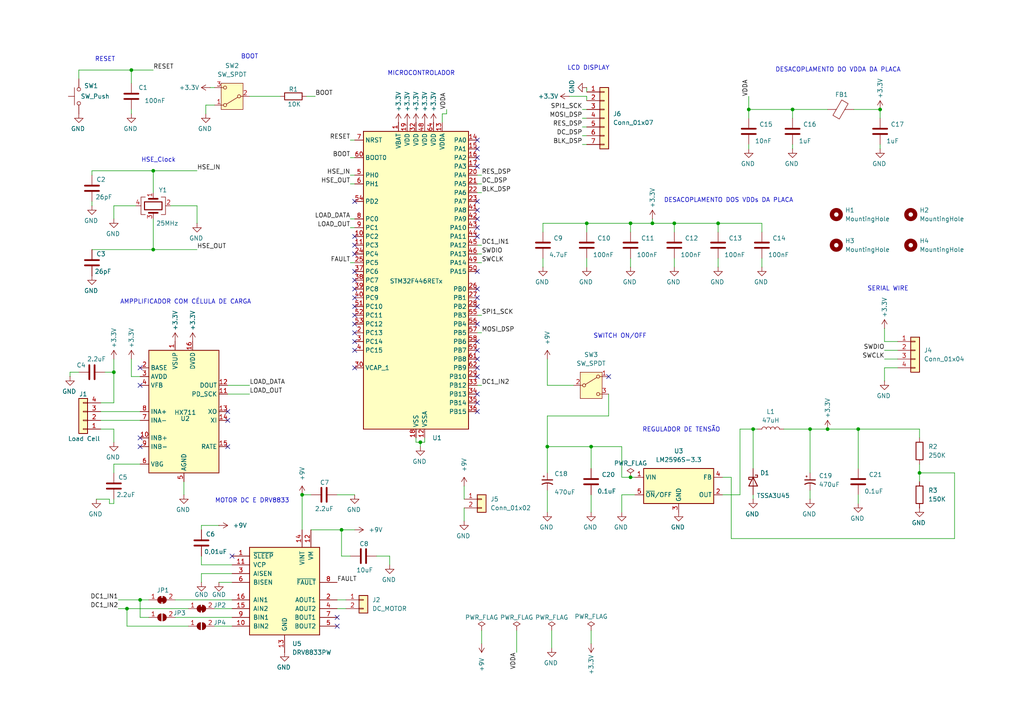
<source format=kicad_sch>
(kicad_sch (version 20231120) (generator "eeschema") (generator_version "8.0")
  (paper "A4")
  (title_block (title "Alimentador Digital Automatizado") (date "13/03/2025") (rev "V1.0") (comment 2 "Guilherme de Paula Figueiredo - 12211EAU013   ") (comment 3 "Ian Santos Rodrigues - 12211EAU018") (comment 4 "João Alexandre Albuquerque De Sá - 12411ECP020 "))
  (junction (at 195.58 64.77))
  (junction (at 99.06 153.67))
  (junction (at 170.18 64.77))
  (junction (at 87.63 143.51))
  (junction (at 182.88 138.43))
  (junction (at 208.28 64.77))
  (junction (at 40.64 173.99))
  (junction (at 36.83 176.53))
  (junction (at 158.75 129.54))
  (junction (at 218.44 124.46))
  (junction (at 234.95 124.46))
  (junction (at 44.45 72.39))
  (junction (at 240.03 124.46))
  (junction (at 189.23 64.77))
  (junction (at 44.45 49.53))
  (junction (at 266.7 137.16))
  (junction (at 182.88 64.77))
  (junction (at 38.1 20.32))
  (junction (at 255.27 31.75))
  (junction (at 121.92 128.27))
  (junction (at 171.45 129.54))
  (junction (at 229.87 31.75))
  (junction (at 217.17 31.75))
  (junction (at 33.02 107.95))
  (junction (at 248.92 124.46))
  (no_connect (at 138.43 66.04))
  (no_connect (at 138.43 45.72))
  (no_connect (at 138.43 93.98))
  (no_connect (at 138.43 101.6))
  (no_connect (at 138.43 68.58))
  (no_connect (at 138.43 78.74))
  (no_connect (at 102.87 99.06))
  (no_connect (at 102.87 96.52))
  (no_connect (at 138.43 60.96))
  (no_connect (at 66.04 119.38))
  (no_connect (at 66.04 129.54))
  (no_connect (at 138.43 104.14))
  (no_connect (at 102.87 71.12))
  (no_connect (at 66.04 121.92))
  (no_connect (at 138.43 83.82))
  (no_connect (at 40.64 111.76))
  (no_connect (at 138.43 88.9))
  (no_connect (at 138.43 109.22))
  (no_connect (at 97.79 179.07))
  (no_connect (at 97.79 181.61))
  (no_connect (at 138.43 40.64))
  (no_connect (at 102.87 78.74))
  (no_connect (at 102.87 58.42))
  (no_connect (at 40.64 129.54))
  (no_connect (at 102.87 73.66))
  (no_connect (at 138.43 99.06))
  (no_connect (at 102.87 83.82))
  (no_connect (at 138.43 86.36))
  (no_connect (at 138.43 119.38))
  (no_connect (at 40.64 106.68))
  (no_connect (at 176.53 109.22))
  (no_connect (at 138.43 116.84))
  (no_connect (at 138.43 58.42))
  (no_connect (at 67.31 161.29))
  (no_connect (at 138.43 43.18))
  (no_connect (at 102.87 68.58))
  (no_connect (at 138.43 48.26))
  (no_connect (at 138.43 106.68))
  (no_connect (at 102.87 101.6))
  (no_connect (at 102.87 93.98))
  (no_connect (at 138.43 114.3))
  (no_connect (at 40.64 127))
  (no_connect (at 102.87 86.36))
  (no_connect (at 102.87 91.44))
  (no_connect (at 102.87 81.28))
  (no_connect (at 102.87 106.68))
  (no_connect (at 138.43 63.5))
  (no_connect (at 102.87 88.9))
  (wire (pts (xy 195.58 64.77) (xy 208.28 64.77)))
  (wire (pts (xy 129.54 33.02) (xy 128.27 33.02)))
  (wire (pts (xy 33.02 134.62) (xy 40.64 134.62)))
  (wire (pts (xy 160.02 182.88) (xy 160.02 187.96)))
  (wire (pts (xy 34.29 173.99) (xy 40.64 173.99)))
  (wire (pts (xy 40.64 173.99) (xy 43.18 173.99)))
  (wire (pts (xy 218.44 124.46) (xy 219.71 124.46)))
  (wire (pts (xy 168.91 31.75) (xy 170.18 31.75)))
  (wire (pts (xy 66.04 114.3) (xy 72.39 114.3)))
  (wire (pts (xy 217.17 31.75) (xy 217.17 34.29)))
  (wire (pts (xy 171.45 143.51) (xy 171.45 148.59)))
  (wire (pts (xy 31.75 144.78) (xy 27.94 144.78)))
  (wire (pts (xy 158.75 129.54) (xy 158.75 137.16)))
  (wire (pts (xy 33.02 59.69) (xy 39.37 59.69)))
  (wire (pts (xy 149.86 182.88) (xy 149.86 189.23)))
  (wire (pts (xy 170.18 64.77) (xy 170.18 67.31)))
  (wire (pts (xy 256.54 106.68) (xy 256.54 110.49)))
  (wire (pts (xy 26.67 58.42) (xy 26.67 59.69)))
  (wire (pts (xy 26.67 72.39) (xy 44.45 72.39)))
  (wire (pts (xy 58.42 163.83) (xy 67.31 163.83)))
  (wire (pts (xy 168.91 36.83) (xy 170.18 36.83)))
  (wire (pts (xy 176.53 114.3) (xy 176.53 120.65)))
  (wire (pts (xy 214.63 143.51) (xy 214.63 124.46)))
  (wire (pts (xy 139.7 50.8) (xy 138.43 50.8)))
  (wire (pts (xy 255.27 43.18) (xy 255.27 41.91)))
  (wire (pts (xy 87.63 143.51) (xy 90.17 143.51)))
  (wire (pts (xy 62.23 176.53) (xy 67.31 176.53)))
  (wire (pts (xy 189.23 64.77) (xy 195.58 64.77)))
  (wire (pts (xy 134.62 147.32) (xy 134.62 151.13)))
  (wire (pts (xy 44.45 49.53) (xy 57.15 49.53)))
  (wire (pts (xy 29.21 121.92) (xy 40.64 121.92)))
  (wire (pts (xy 138.43 76.2) (xy 139.7 76.2)))
  (wire (pts (xy 99.06 153.67) (xy 102.87 153.67)))
  (wire (pts (xy 158.75 142.24) (xy 158.75 148.59)))
  (wire (pts (xy 99.06 161.29) (xy 101.6 161.29)))
  (wire (pts (xy 139.7 55.88) (xy 138.43 55.88)))
  (wire (pts (xy 58.42 166.37) (xy 67.31 166.37)))
  (wire (pts (xy 62.23 181.61) (xy 67.31 181.61)))
  (wire (pts (xy 227.33 124.46) (xy 234.95 124.46)))
  (wire (pts (xy 165.1 27.94) (xy 170.18 27.94)))
  (wire (pts (xy 266.7 134.62) (xy 266.7 137.16)))
  (wire (pts (xy 209.55 143.51) (xy 214.63 143.51)))
  (wire (pts (xy 123.19 128.27) (xy 121.92 128.27)))
  (wire (pts (xy 30.48 107.95) (xy 33.02 107.95)))
  (wire (pts (xy 134.62 140.97) (xy 134.62 144.78)))
  (wire (pts (xy 171.45 129.54) (xy 171.45 135.89)))
  (wire (pts (xy 101.6 45.72) (xy 102.87 45.72)))
  (wire (pts (xy 44.45 20.32) (xy 38.1 20.32)))
  (wire (pts (xy 208.28 64.77) (xy 220.98 64.77)))
  (wire (pts (xy 139.7 182.88) (xy 139.7 186.69)))
  (wire (pts (xy 138.43 73.66) (xy 139.7 73.66)))
  (wire (pts (xy 63.5 168.91) (xy 67.31 168.91)))
  (wire (pts (xy 212.09 156.21) (xy 276.86 156.21)))
  (wire (pts (xy 266.7 124.46) (xy 266.7 127)))
  (wire (pts (xy 208.28 64.77) (xy 208.28 67.31)))
  (wire (pts (xy 90.17 153.67) (xy 99.06 153.67)))
  (wire (pts (xy 260.35 106.68) (xy 256.54 106.68)))
  (wire (pts (xy 247.65 31.75) (xy 255.27 31.75)))
  (wire (pts (xy 53.34 143.51) (xy 53.34 139.7)))
  (wire (pts (xy 50.8 179.07) (xy 67.31 179.07)))
  (wire (pts (xy 101.6 40.64) (xy 102.87 40.64)))
  (wire (pts (xy 208.28 74.93) (xy 208.28 77.47)))
  (wire (pts (xy 214.63 124.46) (xy 218.44 124.46)))
  (wire (pts (xy 60.96 25.4) (xy 62.23 25.4)))
  (wire (pts (xy 220.98 64.77) (xy 220.98 67.31)))
  (wire (pts (xy 49.53 59.69) (xy 57.15 59.69)))
  (wire (pts (xy 57.15 59.69) (xy 57.15 64.77)))
  (wire (pts (xy 102.87 143.51) (xy 97.79 143.51)))
  (wire (pts (xy 54.61 181.61) (xy 36.83 181.61)))
  (wire (pts (xy 99.06 153.67) (xy 99.06 161.29)))
  (wire (pts (xy 20.32 109.22) (xy 20.32 107.95)))
  (wire (pts (xy 158.75 111.76) (xy 166.37 111.76)))
  (wire (pts (xy 97.79 176.53) (xy 100.33 176.53)))
  (wire (pts (xy 168.91 34.29) (xy 170.18 34.29)))
  (wire (pts (xy 44.45 55.88) (xy 44.45 49.53)))
  (wire (pts (xy 44.45 72.39) (xy 57.15 72.39)))
  (wire (pts (xy 36.83 176.53) (xy 36.83 181.61)))
  (wire (pts (xy 176.53 120.65) (xy 158.75 120.65)))
  (wire (pts (xy 256.54 101.6) (xy 260.35 101.6)))
  (wire (pts (xy 217.17 31.75) (xy 229.87 31.75)))
  (wire (pts (xy 58.42 152.4) (xy 63.5 152.4)))
  (wire (pts (xy 120.65 128.27) (xy 121.92 128.27)))
  (wire (pts (xy 22.86 20.32) (xy 22.86 22.86)))
  (wire (pts (xy 29.21 124.46) (xy 33.02 124.46)))
  (wire (pts (xy 101.6 50.8) (xy 102.87 50.8)))
  (wire (pts (xy 38.1 109.22) (xy 40.64 109.22)))
  (wire (pts (xy 33.02 137.16) (xy 33.02 134.62)))
  (wire (pts (xy 87.63 143.51) (xy 87.63 153.67)))
  (wire (pts (xy 212.09 138.43) (xy 212.09 156.21)))
  (wire (pts (xy 170.18 64.77) (xy 182.88 64.77)))
  (wire (pts (xy 43.18 179.07) (xy 40.64 179.07)))
  (wire (pts (xy 171.45 182.88) (xy 171.45 186.69)))
  (wire (pts (xy 38.1 31.75) (xy 38.1 33.02)))
  (wire (pts (xy 36.83 176.53) (xy 54.61 176.53)))
  (wire (pts (xy 33.02 146.05) (xy 31.75 146.05)))
  (wire (pts (xy 22.86 20.32) (xy 38.1 20.32)))
  (wire (pts (xy 33.02 107.95) (xy 33.02 116.84)))
  (wire (pts (xy 29.21 119.38) (xy 40.64 119.38)))
  (wire (pts (xy 180.34 143.51) (xy 180.34 148.59)))
  (wire (pts (xy 260.35 99.06) (xy 256.54 99.06)))
  (wire (pts (xy 248.92 143.51) (xy 248.92 146.05)))
  (wire (pts (xy 113.03 161.29) (xy 113.03 163.83)))
  (wire (pts (xy 26.67 49.53) (xy 44.45 49.53)))
  (wire (pts (xy 229.87 31.75) (xy 240.03 31.75)))
  (wire (pts (xy 240.03 124.46) (xy 248.92 124.46)))
  (wire (pts (xy 139.7 96.52) (xy 138.43 96.52)))
  (wire (pts (xy 26.67 50.8) (xy 26.67 49.53)))
  (wire (pts (xy 266.7 137.16) (xy 266.7 139.7)))
  (wire (pts (xy 234.95 124.46) (xy 240.03 124.46)))
  (wire (pts (xy 182.88 64.77) (xy 189.23 64.77)))
  (wire (pts (xy 59.69 30.48) (xy 59.69 33.02)))
  (wire (pts (xy 29.21 116.84) (xy 33.02 116.84)))
  (wire (pts (xy 101.6 66.04) (xy 102.87 66.04)))
  (wire (pts (xy 158.75 129.54) (xy 171.45 129.54)))
  (wire (pts (xy 34.29 176.53) (xy 36.83 176.53)))
  (wire (pts (xy 189.23 63.5) (xy 189.23 64.77)))
  (wire (pts (xy 184.15 143.51) (xy 180.34 143.51)))
  (wire (pts (xy 170.18 26.67) (xy 170.18 25.4)))
  (wire (pts (xy 217.17 27.94) (xy 217.17 31.75)))
  (wire (pts (xy 157.48 67.31) (xy 157.48 64.77)))
  (wire (pts (xy 195.58 74.93) (xy 195.58 77.47)))
  (wire (pts (xy 220.98 74.93) (xy 220.98 77.47)))
  (wire (pts (xy 248.92 124.46) (xy 266.7 124.46)))
  (wire (pts (xy 58.42 166.37) (xy 58.42 168.91)))
  (wire (pts (xy 234.95 142.24) (xy 234.95 144.78)))
  (wire (pts (xy 168.91 41.91) (xy 170.18 41.91)))
  (wire (pts (xy 195.58 64.77) (xy 195.58 67.31)))
  (wire (pts (xy 33.02 144.78) (xy 33.02 146.05)))
  (wire (pts (xy 209.55 138.43) (xy 212.09 138.43)))
  (wire (pts (xy 170.18 27.94) (xy 170.18 29.21)))
  (wire (pts (xy 31.75 146.05) (xy 31.75 144.78)))
  (wire (pts (xy 182.88 138.43) (xy 184.15 138.43)))
  (wire (pts (xy 109.22 161.29) (xy 113.03 161.29)))
  (wire (pts (xy 218.44 143.51) (xy 218.44 144.78)))
  (wire (pts (xy 229.87 43.18) (xy 229.87 41.91)))
  (wire (pts (xy 139.7 91.44) (xy 138.43 91.44)))
  (wire (pts (xy 171.45 129.54) (xy 180.34 129.54)))
  (wire (pts (xy 168.91 39.37) (xy 170.18 39.37)))
  (wire (pts (xy 180.34 138.43) (xy 182.88 138.43)))
  (wire (pts (xy 157.48 64.77) (xy 170.18 64.77)))
  (wire (pts (xy 38.1 20.32) (xy 38.1 24.13)))
  (wire (pts (xy 139.7 71.12) (xy 138.43 71.12)))
  (wire (pts (xy 157.48 74.93) (xy 157.48 77.47)))
  (wire (pts (xy 38.1 104.14) (xy 38.1 109.22)))
  (wire (pts (xy 123.19 127) (xy 123.19 128.27)))
  (wire (pts (xy 158.75 120.65) (xy 158.75 129.54)))
  (wire (pts (xy 256.54 95.25) (xy 256.54 99.06)))
  (wire (pts (xy 101.6 63.5) (xy 102.87 63.5)))
  (wire (pts (xy 229.87 31.75) (xy 229.87 34.29)))
  (wire (pts (xy 33.02 104.14) (xy 33.02 107.95)))
  (wire (pts (xy 101.6 76.2) (xy 102.87 76.2)))
  (wire (pts (xy 217.17 43.18) (xy 217.17 41.91)))
  (wire (pts (xy 139.7 111.76) (xy 138.43 111.76)))
  (wire (pts (xy 120.65 127) (xy 120.65 128.27)))
  (wire (pts (xy 276.86 156.21) (xy 276.86 137.16)))
  (wire (pts (xy 256.54 104.14) (xy 260.35 104.14)))
  (wire (pts (xy 180.34 129.54) (xy 180.34 138.43)))
  (wire (pts (xy 182.88 64.77) (xy 182.88 67.31)))
  (wire (pts (xy 248.92 124.46) (xy 248.92 135.89)))
  (wire (pts (xy 44.45 63.5) (xy 44.45 72.39)))
  (wire (pts (xy 72.39 27.94) (xy 81.28 27.94)))
  (wire (pts (xy 158.75 104.14) (xy 158.75 111.76)))
  (wire (pts (xy 88.9 27.94) (xy 91.44 27.94)))
  (wire (pts (xy 62.23 30.48) (xy 59.69 30.48)))
  (wire (pts (xy 40.64 179.07) (xy 40.64 173.99)))
  (wire (pts (xy 218.44 124.46) (xy 218.44 135.89)))
  (wire (pts (xy 129.54 31.75) (xy 129.54 33.02)))
  (wire (pts (xy 170.18 74.93) (xy 170.18 77.47)))
  (wire (pts (xy 58.42 153.67) (xy 58.42 152.4)))
  (wire (pts (xy 97.79 173.99) (xy 100.33 173.99)))
  (wire (pts (xy 33.02 63.5) (xy 33.02 59.69)))
  (wire (pts (xy 20.32 107.95) (xy 22.86 107.95)))
  (wire (pts (xy 101.6 53.34) (xy 102.87 53.34)))
  (wire (pts (xy 33.02 124.46) (xy 33.02 128.27)))
  (wire (pts (xy 128.27 33.02) (xy 128.27 35.56)))
  (wire (pts (xy 58.42 161.29) (xy 58.42 163.83)))
  (wire (pts (xy 255.27 31.75) (xy 255.27 34.29)))
  (wire (pts (xy 66.04 111.76) (xy 72.39 111.76)))
  (wire (pts (xy 121.92 128.27) (xy 121.92 129.54)))
  (wire (pts (xy 182.88 74.93) (xy 182.88 77.47)))
  (wire (pts (xy 234.95 124.46) (xy 234.95 137.16)))
  (wire (pts (xy 50.8 173.99) (xy 67.31 173.99)))
  (wire (pts (xy 276.86 137.16) (xy 266.7 137.16)))
  (wire (pts (xy 139.7 53.34) (xy 138.43 53.34)))
  (text "DESACOPLAMENTO DOS VDDs DA PLACA" (at 211.328 58.166 0) (effects (font (size 1.27 1.27))))
  (text "MOTOR DC E DRV8833" (at 73.152 145.288 0) (effects (font (size 1.27 1.27))))
  (text "RESET\n" (at 30.48 17.272 0) (effects (font (size 1.27 1.27))))
  (text "DESACOPLAMENTO DO VDDA DA PLACA" (at 243.078 20.32 0) (effects (font (size 1.27 1.27))))
  (text "REGULADOR DE TENSÃO" (at 197.612 124.714 0) (effects (font (size 1.27 1.27))))
  (text "BOOT\n" (at 72.39 16.51 0) (effects (font (size 1.27 1.27))))
  (text "HSE_Clock" (at 45.974 46.482 0) (effects (font (size 1.27 1.27))))
  (text "LCD DISPLAY" (at 170.688 19.812 0) (effects (font (size 1.27 1.27))))
  (text "MICROCONTROLADOR" (at 122.174 21.336 0) (effects (font (size 1.27 1.27))))
  (text "SWITCH ON/OFF" (at 179.832 97.536 0) (effects (font (size 1.27 1.27))))
  (text "SERIAL WIRE" (at 257.556 83.82 0) (effects (font (size 1.27 1.27))))
  (text "AMPPLIFICADOR COM CÉLULA DE CARGA" (at 53.848 87.63 0) (effects (font (size 1.27 1.27))))
  (label "RES_DSP" (at 139.7 50.8 0))
  (label "VDDA" (at 149.86 189.23 270))
  (label "SWDIO" (at 139.7 73.66 0))
  (label "FAULT" (at 97.79 168.91 0))
  (label "BLK_DSP" (at 168.91 41.91 180))
  (label "LOAD_DATA" (at 101.6 63.5 180))
  (label "LOAD_DATA" (at 72.39 111.76 0))
  (label "SWDIO" (at 256.54 101.6 180))
  (label "SWCLK" (at 139.7 76.2 0))
  (label "MOSI_DSP" (at 168.91 34.29 180))
  (label "LOAD_OUT" (at 101.6 66.04 180))
  (label "BOOT" (at 91.44 27.94 0))
  (label "LOAD_OUT" (at 72.39 114.3 0))
  (label "DC1_IN1" (at 139.7 71.12 0))
  (label "VDDA" (at 129.54 31.75 90))
  (label "BLK_DSP" (at 139.7 55.88 0))
  (label "RESET" (at 44.45 20.32 0))
  (label "HSE_OUT" (at 101.6 53.34 180))
  (label "FAULT" (at 101.6 76.2 180))
  (label "SPI1_SCK" (at 168.91 31.75 180))
  (label "DC1_IN2" (at 34.29 176.53 180))
  (label "DC1_IN2" (at 139.7 111.76 0))
  (label "VDDA" (at 217.17 27.94 90))
  (label "SWCLK" (at 256.54 104.14 180))
  (label "HSE_IN" (at 101.6 50.8 180))
  (label "MOSI_DSP" (at 139.7 96.52 0))
  (label "DC_DSP" (at 168.91 39.37 180))
  (label "DC1_IN1" (at 34.29 173.99 180))
  (label "RESET" (at 101.6 40.64 180))
  (label "BOOT" (at 101.6 45.72 180))
  (label "DC_DSP" (at 139.7 53.34 0))
  (label "RES_DSP" (at 168.91 36.83 180))
  (label "SPI1_SCK" (at 139.7 91.44 0))
  (label "HSE_IN" (at 57.15 49.53 0))
  (label "HSE_OUT" (at 57.15 72.39 0))
  (symbol (lib_id "power:+3.3V") (at 123.19 35.56 0) (unit 1)
    (property "Reference" "#PWR05" (effects (hide yes)))
    (property "Value" "+3.3V" (at 123.19 29.464 90))
    (property "Description" "Power symbol creates a global label with name \"+3.3V\"" (effects (hide yes)))
  )
  (symbol (lib_id "power:GND") (at 217.17 43.18 0) (unit 1)
    (property "Reference" "#PWR035" (effects (hide yes)))
    (property "Value" "GND" (at 216.916 47.498 0))
    (property "Description" "Power symbol creates a global label with name \"GND\" , ground" (effects (hide yes)))
  )
  (symbol (lib_id "power:GND") (at 20.32 109.22 0) (unit 1)
    (property "Reference" "#PWR058" (effects (hide yes)))
    (property "Value" "GND" (at 20.066 113.538 0))
    (property "Description" "Power symbol creates a global label with name \"GND\" , ground" (effects (hide yes)))
  )
  (symbol (lib_id "power:+3.3V") (at 256.54 95.25 0) (unit 1)
    (property "Reference" "#PWR027" (effects (hide yes)))
    (property "Value" "+3.3V" (at 256.54 89.154 90))
    (property "Description" "Power symbol creates a global label with name \"+3.3V\"" (effects (hide yes)))
  )
  (symbol (lib_id "Connector_Generic:Conn_01x04") (at 265.43 101.6 0) (unit 1)
    (property "Reference" "J4" (at 267.97 101.5999 0) (effects (justify left)))
    (property "Value" "Conn_01x04" (at 267.97 104.1399 0) (effects (justify left)))
    (property "Footprint" "Connector_PinHeader_2.54mm:PinHeader_1x04_P2.54mm_Vertical" (effects (hide yes)))
    (property "Description" "Generic connector, single row, 01x04, script generated (kicad-library-utils/schlib/autogen/connector/)" (effects (hide yes)))
    (property "Codigo Mouser" "710-TSM-104-01-T-SV" (effects (hide yes)))
  )
  (symbol (lib_id "power:GND") (at 26.67 80.01 0) (unit 1)
    (property "Reference" "#PWR056" (effects (hide yes)))
    (property "Value" "GND" (at 26.416 84.328 0))
    (property "Description" "Power symbol creates a global label with name \"GND\" , ground" (effects (hide yes)))
  )
  (symbol (lib_id "power:GND") (at 57.15 64.77 0) (unit 1)
    (property "Reference" "#PWR015" (effects (hide yes)))
    (property "Value" "GND" (at 56.896 69.088 0))
    (property "Description" "Power symbol creates a global label with name \"GND\" , ground" (effects (hide yes)))
  )
  (symbol (lib_id "power:+3.3V") (at 118.11 35.56 0) (unit 1)
    (property "Reference" "#PWR03" (effects (hide yes)))
    (property "Value" "+3.3V" (at 118.11 29.464 90))
    (property "Description" "Power symbol creates a global label with name \"+3.3V\"" (effects (hide yes)))
  )
  (symbol (lib_id "power:+3.3V") (at 240.03 124.46 0) (mirror y) (unit 1)
    (property "Reference" "#PWR038" (effects (hide yes)))
    (property "Value" "+3.3V" (at 240.03 118.364 90))
    (property "Description" "Power symbol creates a global label with name \"+3.3V\"" (effects (hide yes)))
  )
  (symbol (lib_id "power:GND") (at 113.03 163.83 0) (unit 1)
    (property "Reference" "#PWR025" (effects (hide yes)))
    (property "Value" "GND" (at 112.776 168.148 0))
    (property "Description" "Power symbol creates a global label with name \"GND\" , ground" (effects (hide yes)))
  )
  (symbol (lib_id "power:PWR_FLAG") (at 171.45 182.88 0) (unit 1)
    (property "Reference" "#FLG02" (effects (hide yes)))
    (property "Value" "PWR_FLAG" (at 171.45 178.816 0))
    (property "Description" "Special symbol for telling ERC where power comes from" (effects (hide yes)))
  )
  (symbol (lib_id "Device:C") (at 220.98 71.12 0) (unit 1)
    (property "Reference" "C14" (at 224.028 69.088 0) (effects (justify left)))
    (property "Value" "100nF" (at 222.758 73.914 0) (effects (justify left)))
    (property "Footprint" "Capacitor_SMD:C_0603_1608Metric" (effects (hide yes)))
    (property "Description" "Unpolarized capacitor" (effects (hide yes)))
    (property "Codigo Mouser" "810-C1608X7R1H104K080AA" (effects (hide yes)))
  )
  (symbol (lib_id "power:+3.3V") (at 120.65 35.56 0) (unit 1)
    (property "Reference" "#PWR04" (effects (hide yes)))
    (property "Value" "+3.3V" (at 120.65 29.464 90))
    (property "Description" "Power symbol creates a global label with name \"+3.3V\"" (effects (hide yes)))
  )
  (symbol (lib_id "Mechanical:MountingHole") (at 264.16 62.23 0) (unit 1)
    (property "Reference" "H2" (at 266.7 60.9599 0) (effects (justify left)))
    (property "Value" "MountingHole" (at 266.7 63.4999 0) (effects (justify left)))
    (property "Footprint" "MountingHole:MountingHole_3.2mm_M3" (effects (hide yes)))
    (property "Description" "Mounting Hole without connection" (effects (hide yes)))
  )
  (symbol (lib_id "Device:C") (at 58.42 157.48 0) (unit 1)
    (property "Reference" "C6" (at 59.69 154.94 0) (effects (justify left)))
    (property "Value" "0,01uF" (at 59.182 160.02 0) (effects (justify left)))
    (property "Footprint" "Capacitor_SMD:C_0603_1608Metric" (effects (hide yes)))
    (property "Description" "Unpolarized capacitor" (effects (hide yes)))
    (property "Codigo Mouser" "81-GRM1885C1H103JA01D" (effects (hide yes)))
  )
  (symbol (lib_id "power:GND") (at 27.94 144.78 0) (unit 1)
    (property "Reference" "#PWR017" (effects (hide yes)))
    (property "Value" "GND" (at 27.686 149.098 0))
    (property "Description" "Power symbol creates a global label with name \"GND\" , ground" (effects (hide yes)))
  )
  (symbol (lib_id "Device:C") (at 26.67 76.2 0) (unit 1)
    (property "Reference" "C3" (at 27.94 73.66 0) (effects (justify left)))
    (property "Value" "26pF" (at 27.432 78.74 0) (effects (justify left)))
    (property "Footprint" "Capacitor_SMD:C_0603_1608Metric" (effects (hide yes)))
    (property "Description" "Unpolarized capacitor" (effects (hide yes)))
    (property "Codigo Mouser" "81-GRM1885C1H270JA01D" (effects (hide yes)))
  )
  (symbol (lib_id "power:GND") (at 180.34 148.59 0) (unit 1)
    (property "Reference" "#PWR042" (effects (hide yes)))
    (property "Value" "GND" (at 180.086 152.908 0))
    (property "Description" "Power symbol creates a global label with name \"GND\" , ground" (effects (hide yes)))
  )
  (symbol (lib_id "power:GND") (at 58.42 168.91 0) (unit 1)
    (property "Reference" "#PWR09" (effects (hide yes)))
    (property "Value" "GND" (at 58.42 172.466 0))
    (property "Description" "Power symbol creates a global label with name \"GND\" , ground" (effects (hide yes)))
  )
  (symbol (lib_id "power:GND") (at 248.92 146.05 0) (unit 1)
    (property "Reference" "#PWR046" (effects (hide yes)))
    (property "Value" "GND" (at 248.666 150.368 0))
    (property "Description" "Power symbol creates a global label with name \"GND\" , ground" (effects (hide yes)))
  )
  (symbol (lib_id "power:+3.3V") (at 139.7 186.69 180) (unit 1)
    (property "Reference" "#PWR063" (effects (hide yes)))
    (property "Value" "+9V" (at 139.7 192.786 90))
    (property "Description" "Power symbol creates a global label with name \"+3.3V\"" (effects (hide yes)))
  )
  (symbol (lib_id "Device:C") (at 217.17 38.1 0) (unit 1)
    (property "Reference" "C15" (at 220.218 36.068 0) (effects (justify left)))
    (property "Value" "10nF" (at 218.948 40.894 0) (effects (justify left)))
    (property "Footprint" "Capacitor_SMD:C_0603_1608Metric" (effects (hide yes)))
    (property "Description" "Unpolarized capacitor" (effects (hide yes)))
    (property "Codigo Mouser" "810-C1608X5R1A105K080AC" (effects (hide yes)))
  )
  (symbol (lib_id "Device:C") (at 170.18 71.12 0) (unit 1)
    (property "Reference" "C10" (at 173.228 69.088 0) (effects (justify left)))
    (property "Value" "100nF" (at 171.958 73.914 0) (effects (justify left)))
    (property "Footprint" "Capacitor_SMD:C_0603_1608Metric" (effects (hide yes)))
    (property "Description" "Unpolarized capacitor" (effects (hide yes)))
    (property "Codigo Mouser" "810-C1608X7R1H104K080AA" (effects (hide yes)))
  )
  (symbol (lib_id "Device:C") (at 229.87 38.1 0) (unit 1)
    (property "Reference" "C16" (at 232.918 36.068 0) (effects (justify left)))
    (property "Value" "1uF" (at 231.648 40.894 0) (effects (justify left)))
    (property "Footprint" "Capacitor_SMD:C_0603_1608Metric" (effects (hide yes)))
    (property "Description" "Unpolarized capacitor" (effects (hide yes)))
    (property "Codigo Mouser" "80-T491X477M010AT" (effects (hide yes)))
  )
  (symbol (lib_id "power:PWR_FLAG") (at 182.88 138.43 0) (unit 1)
    (property "Reference" "#FLG06" (effects (hide yes)))
    (property "Value" "PWR_FLAG" (at 182.88 134.366 0))
    (property "Description" "Special symbol for telling ERC where power comes from" (effects (hide yes)))
  )
  (symbol (lib_id "power:GND") (at 157.48 77.47 0) (unit 1)
    (property "Reference" "#PWR028" (effects (hide yes)))
    (property "Value" "GND" (at 157.226 81.788 0))
    (property "Description" "Power symbol creates a global label with name \"GND\" , ground" (effects (hide yes)))
  )
  (symbol (lib_id "power:+3.3V") (at 125.73 35.56 0) (unit 1)
    (property "Reference" "#PWR06" (effects (hide yes)))
    (property "Value" "+3.3V" (at 125.73 29.464 90))
    (property "Description" "Power symbol creates a global label with name \"+3.3V\"" (effects (hide yes)))
  )
  (symbol (lib_id "power:GND") (at 158.75 148.59 0) (unit 1)
    (property "Reference" "#PWR040" (effects (hide yes)))
    (property "Value" "GND" (at 158.496 152.908 0))
    (property "Description" "Power symbol creates a global label with name \"GND\" , ground" (effects (hide yes)))
  )
  (symbol (lib_id "Device:R") (at 266.7 130.81 0) (unit 1)
    (property "Reference" "R2" (at 269.24 129.5399 0) (effects (justify left)))
    (property "Value" "250K" (at 269.24 132.0799 0) (effects (justify left)))
    (property "Footprint" "Resistor_SMD:R_0805_2012Metric_Pad1.20x1.40mm_HandSolder" (effects (hide yes)))
    (property "Description" "Resistor" (effects (hide yes)))
    (property "Codigo Mouser" "603-RC0805FR-07250KL" (effects (hide yes)))
  )
  (symbol (lib_id "Device:C") (at 195.58 71.12 0) (unit 1)
    (property "Reference" "C12" (at 198.628 69.088 0) (effects (justify left)))
    (property "Value" "100nF" (at 197.358 73.914 0) (effects (justify left)))
    (property "Footprint" "Capacitor_SMD:C_0603_1608Metric" (effects (hide yes)))
    (property "Description" "Unpolarized capacitor" (effects (hide yes)))
    (property "Codigo Mouser" "810-C1608X7R1H104K080AA" (effects (hide yes)))
  )
  (symbol (lib_id "MCU_ST_STM32F4:STM32F446RETx") (at 120.65 81.28 0) (unit 1)
    (property "Reference" "U1" (at 125.3841 127 0) (effects (justify left)))
    (property "Value" "STM32F446RETx" (at 113.03 81.534 0) (effects (justify left)))
    (property "Footprint" "Package_QFP:LQFP-64_10x10mm_P0.5mm" (effects (hide yes)))
    (property "Datasheet" "https://www.st.com/resource/en/datasheet/stm32f446re.pdf" (effects (hide yes)))
    (property "Description" "STMicroelectronics Arm Cortex-M4 MCU, 512KB flash, 128KB RAM, 180 MHz, 1.8-3.6V, 50 GPIO, LQFP64" (effects (hide yes)))
    (property "Codigo Mouser" "511-STM32F446RET6" (effects (hide yes)))
  )
  (symbol (lib_id "power:+3.3V") (at 38.1 104.14 0) (unit 1)
    (property "Reference" "#PWR054" (effects (hide yes)))
    (property "Value" "+3.3V" (at 38.1 98.044 90))
    (property "Description" "Power symbol creates a global label with name \"+3.3V\"" (effects (hide yes)))
  )
  (symbol (lib_id "Device:C") (at 26.67 107.95 90) (unit 1)
    (property "Reference" "C4" (at 24.892 105.918 90) (effects (justify left)))
    (property "Value" "2.2uF" (at 30.734 104.14 90) (effects (justify left)))
    (property "Footprint" "Capacitor_SMD:C_0603_1608Metric" (effects (hide yes)))
    (property "Description" "Unpolarized capacitor" (effects (hide yes)))
    (property "Codigo Mouser" "810-C1608X5R1A225K080AC" (effects (hide yes)))
  )
  (symbol (lib_id "Switch:SW_SPDT") (at 171.45 111.76 0) (unit 1)
    (property "Reference" "SW3" (at 171.45 102.87 0))
    (property "Value" "SW_SPDT" (at 171.45 105.41 0))
    (property "Footprint" "Button_Switch_SMD:SW_SPDT_CK_JS102011SAQN" (effects (hide yes)))
    (property "Description" "Switch, single pole double throw" (effects (hide yes)))
    (property "Codigo Mouser" "611-JS102011SAQN" (effects (hide yes)))
  )
  (symbol (lib_id "power:GND") (at 218.44 144.78 0) (unit 1)
    (property "Reference" "#PWR044" (effects (hide yes)))
    (property "Value" "GND" (at 218.186 149.098 0))
    (property "Description" "Power symbol creates a global label with name \"GND\" , ground" (effects (hide yes)))
  )
  (symbol (lib_name "DRV8833PW_1") (lib_id "Driver_Motor:DRV8833PW") (at 82.55 171.45 0) (unit 1)
    (property "Reference" "U5" (at 84.7441 186.69 0) (effects (justify left)))
    (property "Value" "DRV8833PW" (at 84.7441 189.23 0) (effects (justify left)))
    (property "Footprint" "Package_SO:TSSOP-16_4.4x5mm_P0.65mm" (effects (hide yes)))
    (property "Datasheet" "http://www.ti.com/lit/ds/symlink/drv8833.pdf" (effects (hide yes)))
    (property "Description" "Dual H-Bridge Motor Driver, TSSOP-16" (effects (hide yes)))
  )
  (symbol (lib_id "Device:C") (at 208.28 71.12 0) (unit 1)
    (property "Reference" "C13" (at 211.328 69.088 0) (effects (justify left)))
    (property "Value" "100nF" (at 210.058 73.914 0) (effects (justify left)))
    (property "Footprint" "Capacitor_SMD:C_0603_1608Metric" (effects (hide yes)))
    (property "Description" "Unpolarized capacitor" (effects (hide yes)))
    (property "Codigo Mouser" "810-C1608X7R1H104K080AA" (effects (hide yes)))
  )
  (symbol (lib_id "Switch:SW_SPDT") (at 67.31 27.94 180) (unit 1)
    (property "Reference" "SW2" (at 67.31 19.05 0))
    (property "Value" "SW_SPDT" (at 67.31 21.59 0))
    (property "Footprint" "Button_Switch_SMD:SW_SPDT_CK_JS102011SAQN" (effects (hide yes)))
    (property "Description" "Switch, single pole double throw" (effects (hide yes)))
    (property "Codigo Mouser" "611-JS102011SAQN" (effects (hide yes)))
  )
  (symbol (lib_id "power:PWR_FLAG") (at 149.86 182.88 0) (unit 1)
    (property "Reference" "#FLG03" (effects (hide yes)))
    (property "Value" "PWR_FLAG" (at 149.86 179.07 0))
    (property "Description" "Special symbol for telling ERC where power comes from" (effects (hide yes)))
  )
  (symbol (lib_id "Device:C_Polarized_Small_US") (at 158.75 139.7 0) (unit 1)
    (property "Reference" "C18" (at 160.782 137.414 0) (effects (justify left)))
    (property "Value" "470uF" (at 160.782 142.748 0) (effects (justify left)))
    (property "Footprint" "Capacitor_SMD:CP_Elec_10x12.5" (effects (hide yes)))
    (property "Description" "Polarized capacitor, small US symbol" (effects (hide yes)))
    (property "Codigo Mouser" "810-C1608X7R1H104K080AA" (effects (hide yes)))
  )
  (symbol (lib_id "power:GND") (at 102.87 143.51 0) (unit 1)
    (property "Reference" "#PWR023" (effects (hide yes)))
    (property "Value" "GND" (at 102.616 147.828 0))
    (property "Description" "Power symbol creates a global label with name \"GND\" , ground" (effects (hide yes)))
  )
  (symbol (lib_id "Device:R") (at 266.7 143.51 0) (unit 1)
    (property "Reference" "R3" (at 269.24 142.2399 0) (effects (justify left)))
    (property "Value" "150K" (at 269.24 144.7799 0) (effects (justify left)))
    (property "Footprint" "Resistor_SMD:R_0805_2012Metric_Pad1.20x1.40mm_HandSolder" (effects (hide yes)))
    (property "Description" "Resistor" (effects (hide yes)))
    (property "Codigo Mouser" "603-RC0805FR-07150KL" (effects (hide yes)))
  )
  (symbol (lib_id "power:GND") (at 63.5 168.91 0) (unit 1)
    (property "Reference" "#PWR064" (effects (hide yes)))
    (property "Value" "GND" (at 63.5 172.466 0))
    (property "Description" "Power symbol creates a global label with name \"GND\" , ground" (effects (hide yes)))
  )
  (symbol (lib_id "power:GND") (at 170.18 25.4 270) (unit 1)
    (property "Reference" "#PWR039" (effects (hide yes)))
    (property "Value" "GND" (at 165.862 25.146 0))
    (property "Description" "Power symbol creates a global label with name \"GND\" , ground" (effects (hide yes)))
  )
  (symbol (lib_id "power:GND") (at 170.18 77.47 0) (unit 1)
    (property "Reference" "#PWR029" (effects (hide yes)))
    (property "Value" "GND" (at 169.926 81.788 0))
    (property "Description" "Power symbol creates a global label with name \"GND\" , ground" (effects (hide yes)))
  )
  (symbol (lib_id "Device:Crystal_GND24") (at 44.45 59.69 270) (unit 1)
    (property "Reference" "Y1" (at 47.244 55.118 90))
    (property "Value" "25MHz" (at 48.514 64.77 90))
    (property "Footprint" "Crystal:Crystal_SMD_SeikoEpson_FA238V-4Pin_3.2x2.5mm" (effects (hide yes)))
    (property "Description" "Four pin crystal, GND on pins 2 and 4" (effects (hide yes)))
    (property "Codigo Mouser" "517-FA238V25.0000MBPZ" (effects (hide yes)))
  )
  (symbol (lib_id "power:GND") (at 182.88 77.47 0) (unit 1)
    (property "Reference" "#PWR030" (effects (hide yes)))
    (property "Value" "GND" (at 182.626 81.788 0))
    (property "Description" "Power symbol creates a global label with name \"GND\" , ground" (effects (hide yes)))
  )
  (symbol (lib_id "power:GND") (at 33.02 63.5 0) (unit 1)
    (property "Reference" "#PWR014" (effects (hide yes)))
    (property "Value" "GND" (at 32.766 67.818 0))
    (property "Description" "Power symbol creates a global label with name \"GND\" , ground" (effects (hide yes)))
  )
  (symbol (lib_id "Analog_ADC:HX711") (at 53.34 119.38 0) (unit 1)
    (property "Reference" "U2" (at 52.324 121.412 0) (effects (justify left)))
    (property "Value" "HX711" (at 50.546 119.634 0) (effects (justify left)))
    (property "Footprint" "Package_SO:SOP-16_3.9x9.9mm_P1.27mm" (effects (hide yes)))
    (property "Datasheet" "https://web.archive.org/web/20220615044707/https://akizukidenshi.com/download/ds/avia/hx711.pdf" (effects (hide yes)))
    (property "Description" "24-Bit Analog-to-Digital Converter (ADC) for Weight Scales" (effects (hide yes)))
    (property "Codigo Mouser" "700-HX711" (effects (hide yes)))
  )
  (symbol (lib_id "power:+3.3V") (at 171.45 186.69 180) (unit 1)
    (property "Reference" "#PWR050" (effects (hide yes)))
    (property "Value" "+3.3V" (at 171.45 192.786 90))
    (property "Description" "Power symbol creates a global label with name \"+3.3V\"" (effects (hide yes)))
  )
  (symbol (lib_id "Jumper:SolderJumper_2_Bridged") (at 46.99 173.99 0) (unit 1)
    (property "Reference" "JP1" (at 47.244 171.196 0))
    (property "Value" "SolderJumper_2_Bridged" (effects (hide yes)))
    (property "Footprint" "Jumper:SolderJumper-2_P1.3mm_Bridged_RoundedPad1.0x1.5mm" (effects (hide yes)))
    (property "Description" "Solder Jumper, 2-pole, closed/bridged" (effects (hide yes)))
  )
  (symbol (lib_id "Regulator_Switching:LM2596S-3.3") (at 196.85 140.97 0) (unit 1)
    (property "Reference" "U3" (at 196.85 130.81 0))
    (property "Value" "LM2596S-3.3" (at 196.85 133.35 0))
    (property "Footprint" "Package_TO_SOT_SMD:TO-263-5_TabPin3" (effects (hide yes)))
    (property "Datasheet" "http://www.ti.com/lit/ds/symlink/lm2596.pdf" (effects (hide yes)))
    (property "Description" "3.3V 3A Step-Down Voltage Regulator, TO-263" (effects (hide yes)))
    (property "Codigo Mouser" "926-LM2596S-3.3/NOPB" (effects (hide yes)))
  )
  (symbol (lib_id "power:GND") (at 33.02 128.27 0) (unit 1)
    (property "Reference" "#PWR019" (effects (hide yes)))
    (property "Value" "GND" (at 32.766 132.588 0))
    (property "Description" "Power symbol creates a global label with name \"GND\" , ground" (effects (hide yes)))
  )
  (symbol (lib_id "Connector_Generic:Conn_01x04") (at 24.13 121.92 180) (unit 1)
    (property "Reference" "J1" (at 24.13 114.3 0))
    (property "Value" "Load Cell" (at 24.384 127.254 0))
    (property "Footprint" "Connector_PinHeader_2.54mm:PinHeader_1x04_P2.54mm_Vertical" (effects (hide yes)))
    (property "Description" "Generic connector, single row, 01x04, script generated (kicad-library-utils/schlib/autogen/connector/)" (effects (hide yes)))
    (property "Codigo Mouser" "710-TSM-104-01-T-SV" (effects (hide yes)))
  )
  (symbol (lib_id "power:GND") (at 171.45 148.59 0) (unit 1)
    (property "Reference" "#PWR041" (effects (hide yes)))
    (property "Value" "GND" (at 171.196 152.908 0))
    (property "Description" "Power symbol creates a global label with name \"GND\" , ground" (effects (hide yes)))
  )
  (symbol (lib_id "power:GND") (at 220.98 77.47 0) (unit 1)
    (property "Reference" "#PWR033" (effects (hide yes)))
    (property "Value" "GND" (at 220.726 81.788 0))
    (property "Description" "Power symbol creates a global label with name \"GND\" , ground" (effects (hide yes)))
  )
  (symbol (lib_id "Device:C") (at 38.1 27.94 0) (unit 1)
    (property "Reference" "C1" (at 40.132 25.4 0) (effects (justify left)))
    (property "Value" "100nF" (at 41.91 29.2099 0) (effects (justify left)))
    (property "Footprint" "Capacitor_SMD:C_0603_1608Metric" (effects (hide yes)))
    (property "Description" "Unpolarized capacitor" (effects (hide yes)))
    (property "Codigo Mouser" "810-C1608X7R1H104K080AA" (effects (hide yes)))
  )
  (symbol (lib_id "Jumper:SolderJumper_2_Bridged") (at 58.42 176.53 0) (unit 1)
    (property "Reference" "JP2" (at 63.754 175.514 0))
    (property "Value" "SolderJumper_2_Bridged" (effects (hide yes)))
    (property "Footprint" "Jumper:SolderJumper-2_P1.3mm_Bridged_RoundedPad1.0x1.5mm" (effects (hide yes)))
    (property "Description" "Solder Jumper, 2-pole, closed/bridged" (effects (hide yes)))
  )
  (symbol (lib_id "Device:C") (at 105.41 161.29 90) (unit 1)
    (property "Reference" "C8" (at 106.934 157.734 90) (effects (justify left)))
    (property "Value" "10uF" (at 108.204 165.354 90) (effects (justify left)))
    (property "Footprint" "Capacitor_SMD:C_0603_1608Metric" (effects (hide yes)))
    (property "Description" "Unpolarized capacitor" (effects (hide yes)))
    (property "Codigo Mouser" "810-C1608X5R0J106M080AC" (effects (hide yes)))
  )
  (symbol (lib_id "Connector_Generic:Conn_01x02") (at 139.7 144.78 0) (unit 1)
    (property "Reference" "J5" (at 142.24 144.7799 0) (effects (justify left)))
    (property "Value" "Conn_01x02" (at 142.24 147.3199 0) (effects (justify left)))
    (property "Footprint" "Connector_PinHeader_2.54mm:PinHeader_1x02_P2.54mm_Vertical" (effects (hide yes)))
    (property "Description" "Generic connector, single row, 01x02, script generated (kicad-library-utils/schlib/autogen/connector/)" (effects (hide yes)))
    (property "Codigo Mouser" "710-TSM-102-01-T-SV" (effects (hide yes)))
  )
  (symbol (lib_id "Switch:SW_Push") (at 22.86 27.94 90) (unit 1)
    (property "Reference" "SW1" (at 24.384 24.892 90) (effects (justify right)))
    (property "Value" "SW_Push" (at 23.368 27.94 90) (effects (justify right)))
    (property "Footprint" "Button_Switch_SMD:SW_SPST_B3U-1000P-B" (effects (hide yes)))
    (property "Description" "Push button switch, generic, two pins" (effects (hide yes)))
    (property "Codigo Mouser" "688-B3U-1000P-B" (effects (hide yes)))
  )
  (symbol (lib_id "power:GND") (at 38.1 33.02 0) (unit 1)
    (property "Reference" "#PWR010" (effects (hide yes)))
    (property "Value" "GND" (at 37.846 37.338 0))
    (property "Description" "Power symbol creates a global label with name \"GND\" , ground" (effects (hide yes)))
  )
  (symbol (lib_id "power:GND") (at 59.69 33.02 0) (unit 1)
    (property "Reference" "#PWR013" (effects (hide yes)))
    (property "Value" "GND" (at 59.436 37.338 0))
    (property "Description" "Power symbol creates a global label with name \"GND\" , ground" (effects (hide yes)))
  )
  (symbol (lib_id "power:PWR_FLAG") (at 160.02 182.88 0) (unit 1)
    (property "Reference" "#FLG04" (effects (hide yes)))
    (property "Value" "PWR_FLAG" (at 160.02 179.07 0))
    (property "Description" "Special symbol for telling ERC where power comes from" (effects (hide yes)))
  )
  (symbol (lib_id "power:+3.3V") (at 255.27 31.75 0) (unit 1)
    (property "Reference" "#PWR049" (effects (hide yes)))
    (property "Value" "+3.3V" (at 255.27 25.654 90))
    (property "Description" "Power symbol creates a global label with name \"+3.3V\"" (effects (hide yes)))
  )
  (symbol (lib_id "power:+3.3V") (at 189.23 63.5 0) (unit 1)
    (property "Reference" "#PWR034" (effects (hide yes)))
    (property "Value" "+3.3V" (at 189.23 57.404 90))
    (property "Description" "Power symbol creates a global label with name \"+3.3V\"" (effects (hide yes)))
  )
  (symbol (lib_id "power:GND") (at 266.7 147.32 0) (unit 1)
    (property "Reference" "#PWR047" (effects (hide yes)))
    (property "Value" "GND" (at 266.446 151.638 0))
    (property "Description" "Power symbol creates a global label with name \"GND\" , ground" (effects (hide yes)))
  )
  (symbol (lib_id "Device:L") (at 223.52 124.46 90) (unit 1)
    (property "Reference" "L1" (at 223.52 119.38 90))
    (property "Value" "47uH" (at 223.52 121.92 90))
    (property "Footprint" "Inductor_SMD:L_6.3x6.3_H3" (effects (hide yes)))
    (property "Description" "Inductor" (effects (hide yes)))
    (property "Codigo Mouser" "81-RL1265S-470M" (effects (hide yes)))
  )
  (symbol (lib_id "Device:C") (at 182.88 71.12 0) (unit 1)
    (property "Reference" "C11" (at 185.928 69.088 0) (effects (justify left)))
    (property "Value" "100nF" (at 184.658 73.914 0) (effects (justify left)))
    (property "Footprint" "Capacitor_SMD:C_0603_1608Metric" (effects (hide yes)))
    (property "Description" "Unpolarized capacitor" (effects (hide yes)))
    (property "Codigo Mouser" "810-C1608X7R1H104K080AA" (effects (hide yes)))
  )
  (symbol (lib_id "power:+3.3V") (at 134.62 140.97 0) (unit 1)
    (property "Reference" "#PWR060" (effects (hide yes)))
    (property "Value" "+9V" (at 134.62 134.874 90))
    (property "Description" "Power symbol creates a global label with name \"+3.3V\"" (effects (hide yes)))
  )
  (symbol (lib_id "power:+3.3V") (at 115.57 35.56 0) (unit 1)
    (property "Reference" "#PWR02" (effects (hide yes)))
    (property "Value" "+3.3V" (at 115.57 29.464 90))
    (property "Description" "Power symbol creates a global label with name \"+3.3V\"" (effects (hide yes)))
  )
  (symbol (lib_id "Connector_Generic:Conn_01x07") (at 175.26 34.29 0) (unit 1)
    (property "Reference" "J6" (at 177.8 33.0199 0) (effects (justify left)))
    (property "Value" "Conn_01x07" (at 177.8 35.5599 0) (effects (justify left)))
    (property "Footprint" "Connector_PinHeader_2.54mm:PinHeader_1x07_P2.54mm_Vertical" (effects (hide yes)))
    (property "Description" "Generic connector, single row, 01x07, script generated (kicad-library-utils/schlib/autogen/connector/)" (effects (hide yes)))
  )
  (symbol (lib_id "power:GND") (at 234.95 144.78 0) (unit 1)
    (property "Reference" "#PWR045" (effects (hide yes)))
    (property "Value" "GND" (at 234.696 149.098 0))
    (property "Description" "Power symbol creates a global label with name \"GND\" , ground" (effects (hide yes)))
  )
  (symbol (lib_id "Device:C") (at 33.02 140.97 0) (unit 1)
    (property "Reference" "C5" (at 34.29 138.43 0) (effects (justify left)))
    (property "Value" "2.2uF" (at 33.782 143.51 0) (effects (justify left)))
    (property "Footprint" "Capacitor_SMD:C_0603_1608Metric" (effects (hide yes)))
    (property "Description" "Unpolarized capacitor" (effects (hide yes)))
    (property "Codigo Mouser" "810-C1608X5R1A225K080AC" (effects (hide yes)))
  )
  (symbol (lib_id "Device:R") (at 85.09 27.94 90) (unit 1)
    (property "Reference" "R1" (at 85.09 25.908 90))
    (property "Value" "10K" (at 85.344 30.226 90))
    (property "Footprint" "Resistor_SMD:R_0603_1608Metric" (effects (hide yes)))
    (property "Description" "Resistor" (effects (hide yes)))
    (property "Codigo Mouser" "603-RC0603FR-0710KL" (effects (hide yes)))
  )
  (symbol (lib_id "Device:D_Schottky") (at 218.44 139.7 270) (unit 1)
    (property "Reference" "D1" (at 220.472 137.16 90) (effects (justify left)))
    (property "Value" "TSSA3U45" (at 219.456 143.764 90) (effects (justify left)))
    (property "Footprint" "Diode_SMD:D_0603_1608Metric_Pad1.05x0.95mm_HandSolder" (effects (hide yes)))
    (property "Description" "Schottky diode" (effects (hide yes)))
    (property "Codigo Mouser" "78-BZX384C3V3-7-F" (effects (hide yes)))
  )
  (symbol (lib_id "power:PWR_FLAG") (at 139.7 182.88 0) (unit 1)
    (property "Reference" "#FLG01" (effects (hide yes)))
    (property "Value" "PWR_FLAG" (at 139.7 179.07 0))
    (property "Description" "Special symbol for telling ERC where power comes from" (effects (hide yes)))
  )
  (symbol (lib_id "Device:C") (at 93.98 143.51 90) (unit 1)
    (property "Reference" "C7" (at 95.504 139.954 90) (effects (justify left)))
    (property "Value" "2.2uF" (at 96.774 147.574 90) (effects (justify left)))
    (property "Footprint" "Capacitor_SMD:C_0603_1608Metric" (effects (hide yes)))
    (property "Description" "Unpolarized capacitor" (effects (hide yes)))
    (property "Codigo Mouser" "810-C1608X5R1A225K080AC" (effects (hide yes)))
  )
  (symbol (lib_id "Mechanical:MountingHole") (at 242.57 71.12 0) (unit 1)
    (property "Reference" "H3" (at 245.11 69.8499 0) (effects (justify left)))
    (property "Value" "MountingHole" (at 245.11 72.3899 0) (effects (justify left)))
    (property "Footprint" "MountingHole:MountingHole_3.2mm_M3" (effects (hide yes)))
    (property "Description" "Mounting Hole without connection" (effects (hide yes)))
  )
  (symbol (lib_id "power:+3.3V") (at 87.63 143.51 0) (unit 1)
    (property "Reference" "#PWR024" (effects (hide yes)))
    (property "Value" "+9V" (at 87.63 137.414 90))
    (property "Description" "Power symbol creates a global label with name \"+3.3V\"" (effects (hide yes)))
  )
  (symbol (lib_id "power:GND") (at 82.55 189.23 0) (unit 1)
    (property "Reference" "#PWR022" (effects (hide yes)))
    (property "Value" "GND" (at 82.296 193.548 0))
    (property "Description" "Power symbol creates a global label with name \"GND\" , ground" (effects (hide yes)))
  )
  (symbol (lib_id "power:GND") (at 229.87 43.18 0) (unit 1)
    (property "Reference" "#PWR036" (effects (hide yes)))
    (property "Value" "GND" (at 229.616 47.498 0))
    (property "Description" "Power symbol creates a global label with name \"GND\" , ground" (effects (hide yes)))
  )
  (symbol (lib_id "Mechanical:MountingHole") (at 242.57 62.23 0) (unit 1)
    (property "Reference" "H1" (at 245.11 60.9599 0) (effects (justify left)))
    (property "Value" "MountingHole" (at 245.11 63.4999 0) (effects (justify left)))
    (property "Footprint" "MountingHole:MountingHole_3.2mm_M3" (effects (hide yes)))
    (property "Description" "Mounting Hole without connection" (effects (hide yes)))
  )
  (symbol (lib_id "power:GND") (at 195.58 77.47 0) (unit 1)
    (property "Reference" "#PWR031" (effects (hide yes)))
    (property "Value" "GND" (at 195.326 81.788 0))
    (property "Description" "Power symbol creates a global label with name \"GND\" , ground" (effects (hide yes)))
  )
  (symbol (lib_id "power:+3.3V") (at 55.88 99.06 0) (unit 1)
    (property "Reference" "#PWR021" (effects (hide yes)))
    (property "Value" "+3.3V" (at 55.88 92.964 90))
    (property "Description" "Power symbol creates a global label with name \"+3.3V\"" (effects (hide yes)))
  )
  (symbol (lib_id "power:+3.3V") (at 63.5 152.4 270) (unit 1)
    (property "Reference" "#PWR062" (effects (hide yes)))
    (property "Value" "+9V" (at 69.596 152.4 90))
    (property "Description" "Power symbol creates a global label with name \"+3.3V\"" (effects (hide yes)))
  )
  (symbol (lib_id "power:GND") (at 26.67 59.69 0) (unit 1)
    (property "Reference" "#PWR055" (effects (hide yes)))
    (property "Value" "GND" (at 26.416 64.008 0))
    (property "Description" "Power symbol creates a global label with name \"GND\" , ground" (effects (hide yes)))
  )
  (symbol (lib_id "Device:FerriteBead") (at 243.84 31.75 90) (unit 1)
    (property "Reference" "FB1" (at 244.094 27.432 90))
    (property "Value" "FerriteBead" (effects (hide yes)))
    (property "Footprint" "Inductor_SMD:L_0603_1608Metric_Pad1.05x0.95mm_HandSolder" (effects (hide yes)))
    (property "Description" "Ferrite bead" (effects (hide yes)))
    (property "Codigo Mouser" "81-BLM18AG601SN1D" (effects (hide yes)))
  )
  (symbol (lib_id "power:GND") (at 208.28 77.47 0) (unit 1)
    (property "Reference" "#PWR032" (effects (hide yes)))
    (property "Value" "GND" (at 208.026 81.788 0))
    (property "Description" "Power symbol creates a global label with name \"GND\" , ground" (effects (hide yes)))
  )
  (symbol (lib_id "Device:C") (at 255.27 38.1 0) (unit 1)
    (property "Reference" "C17" (at 258.318 36.068 0) (effects (justify left)))
    (property "Value" "1uF" (at 257.048 40.894 0) (effects (justify left)))
    (property "Footprint" "Capacitor_SMD:C_0603_1608Metric" (effects (hide yes)))
    (property "Description" "Unpolarized capacitor" (effects (hide yes)))
    (property "Codigo Mouser" "80-T491X477M010AT" (effects (hide yes)))
  )
  (symbol (lib_id "power:GND") (at 22.86 33.02 0) (unit 1)
    (property "Reference" "#PWR08" (effects (hide yes)))
    (property "Value" "GND" (at 22.606 37.338 0))
    (property "Description" "Power symbol creates a global label with name \"GND\" , ground" (effects (hide yes)))
  )
  (symbol (lib_id "power:+3.3V") (at 60.96 25.4 90) (unit 1)
    (property "Reference" "#PWR012" (effects (hide yes)))
    (property "Value" "+3.3V" (at 54.864 25.4 90))
    (property "Description" "Power symbol creates a global label with name \"+3.3V\"" (effects (hide yes)))
  )
  (symbol (lib_id "power:GND") (at 160.02 187.96 0) (unit 1)
    (property "Reference" "#PWR07" (effects (hide yes)))
    (property "Value" "GND" (at 159.766 192.278 0))
    (property "Description" "Power symbol creates a global label with name \"GND\" , ground" (effects (hide yes)))
  )
  (symbol (lib_id "Jumper:SolderJumper_2_Open") (at 46.99 179.07 0) (unit 1)
    (property "Reference" "JP3" (at 52.07 177.8 0))
    (property "Value" "SolderJumper_2_Open" (effects (hide yes)))
    (property "Footprint" "Jumper:SolderJumper-2_P1.3mm_Open_RoundedPad1.0x1.5mm" (effects (hide yes)))
    (property "Description" "Solder Jumper, 2-pole, open" (effects (hide yes)))
  )
  (symbol (lib_id "power:+3.3V") (at 50.8 99.06 0) (unit 1)
    (property "Reference" "#PWR020" (effects (hide yes)))
    (property "Value" "+3.3V" (at 50.8 92.964 90))
    (property "Description" "Power symbol creates a global label with name \"+3.3V\"" (effects (hide yes)))
  )
  (symbol (lib_id "Jumper:SolderJumper_2_Open") (at 58.42 181.61 0) (unit 1)
    (property "Reference" "JP4" (at 63.754 180.594 0))
    (property "Value" "SolderJumper_2_Open" (effects (hide yes)))
    (property "Footprint" "Jumper:SolderJumper-2_P1.3mm_Open_RoundedPad1.0x1.5mm" (effects (hide yes)))
    (property "Description" "Solder Jumper, 2-pole, open" (effects (hide yes)))
  )
  (symbol (lib_id "power:GND") (at 255.27 43.18 0) (unit 1)
    (property "Reference" "#PWR037" (effects (hide yes)))
    (property "Value" "GND" (at 255.016 47.498 0))
    (property "Description" "Power symbol creates a global label with name \"GND\" , ground" (effects (hide yes)))
  )
  (symbol (lib_id "power:GND") (at 134.62 151.13 0) (unit 1)
    (property "Reference" "#PWR051" (effects (hide yes)))
    (property "Value" "GND" (at 134.366 155.448 0))
    (property "Description" "Power symbol creates a global label with name \"GND\" , ground" (effects (hide yes)))
  )
  (symbol (lib_id "power:+3.3V") (at 33.02 104.14 0) (unit 1)
    (property "Reference" "#PWR018" (effects (hide yes)))
    (property "Value" "+3.3V" (at 33.02 98.044 90))
    (property "Description" "Power symbol creates a global label with name \"+3.3V\"" (effects (hide yes)))
  )
  (symbol (lib_id "Device:C") (at 26.67 54.61 0) (unit 1)
    (property "Reference" "C2" (at 27.94 52.07 0) (effects (justify left)))
    (property "Value" "26pF" (at 27.686 57.15 0) (effects (justify left)))
    (property "Footprint" "Capacitor_SMD:C_0603_1608Metric" (effects (hide yes)))
    (property "Description" "Unpolarized capacitor" (effects (hide yes)))
    (property "Codigo Mouser" "81-GRM1885C1H270JA01D" (effects (hide yes)))
  )
  (symbol (lib_id "Mechanical:MountingHole") (at 264.16 71.12 0) (unit 1)
    (property "Reference" "H4" (at 266.7 69.8499 0) (effects (justify left)))
    (property "Value" "MountingHole" (at 266.7 72.3899 0) (effects (justify left)))
    (property "Footprint" "MountingHole:MountingHole_3.2mm_M3" (effects (hide yes)))
    (property "Description" "Mounting Hole without connection" (effects (hide yes)))
  )
  (symbol (lib_id "power:GND") (at 121.92 129.54 0) (unit 1)
    (property "Reference" "#PWR01" (effects (hide yes)))
    (property "Value" "GND" (at 121.666 133.858 0))
    (property "Description" "Power symbol creates a global label with name \"GND\" , ground" (effects (hide yes)))
  )
  (symbol (lib_id "power:+3.3V") (at 158.75 104.14 0) (unit 1)
    (property "Reference" "#PWR011" (effects (hide yes)))
    (property "Value" "+9V" (at 158.75 98.044 90))
    (property "Description" "Power symbol creates a global label with name \"+3.3V\"" (effects (hide yes)))
  )
  (symbol (lib_id "power:GND") (at 196.85 148.59 0) (unit 1)
    (property "Reference" "#PWR043" (effects (hide yes)))
    (property "Value" "GND" (at 196.596 152.908 0))
    (property "Description" "Power symbol creates a global label with name \"GND\" , ground" (effects (hide yes)))
  )
  (symbol (lib_id "Device:C") (at 248.92 139.7 0) (unit 1)
    (property "Reference" "C21" (at 251.968 137.668 0) (effects (justify left)))
    (property "Value" "0.1uF" (at 250.698 142.494 0) (effects (justify left)))
    (property "Footprint" "Capacitor_SMD:C_0603_1608Metric" (effects (hide yes)))
    (property "Description" "Unpolarized capacitor" (effects (hide yes)))
    (property "Codigo Mouser" "810-C1608X7R1H104K080AA" (effects (hide yes)))
  )
  (symbol (lib_id "power:GND") (at 256.54 110.49 0) (unit 1)
    (property "Reference" "#PWR026" (effects (hide yes)))
    (property "Value" "GND" (at 256.286 114.808 0))
    (property "Description" "Power symbol creates a global label with name \"GND\" , ground" (effects (hide yes)))
  )
  (symbol (lib_id "power:+3.3V") (at 102.87 153.67 270) (unit 1)
    (property "Reference" "#PWR061" (effects (hide yes)))
    (property "Value" "+9V" (at 108.966 153.67 90))
    (property "Description" "Power symbol creates a global label with name \"+3.3V\"" (effects (hide yes)))
  )
  (symbol (lib_id "Connector_Generic:Conn_01x02") (at 105.41 173.99 0) (unit 1)
    (property "Reference" "J2" (at 107.95 173.9899 0) (effects (justify left)))
    (property "Value" "DC_MOTOR" (at 107.95 176.5299 0) (effects (justify left)))
    (property "Footprint" "Connector_PinHeader_2.54mm:PinHeader_1x02_P2.54mm_Vertical" (effects (hide yes)))
    (property "Description" "Generic connector, single row, 01x02, script generated (kicad-library-utils/schlib/autogen/connector/)" (effects (hide yes)))
    (property "Codigo Mouser" "710-TSM-102-01-T-SV" (effects (hide yes)))
  )
  (symbol (lib_id "Device:C") (at 157.48 71.12 0) (unit 1)
    (property "Reference" "C9" (at 160.528 69.088 0) (effects (justify left)))
    (property "Value" "4.7uF" (at 159.258 73.914 0) (effects (justify left)))
    (property "Footprint" "Capacitor_SMD:C_0603_1608Metric" (effects (hide yes)))
    (property "Description" "Unpolarized capacitor" (effects (hide yes)))
    (property "Codigo Mouser" "810-C1608X5R1A475K080AC" (effects (hide yes)))
  )
  (symbol (lib_id "power:GND") (at 53.34 143.51 0) (unit 1)
    (property "Reference" "#PWR016" (effects (hide yes)))
    (property "Value" "GND" (at 53.086 147.828 0))
    (property "Description" "Power symbol creates a global label with name \"GND\" , ground" (effects (hide yes)))
  )
  (symbol (lib_id "Device:C") (at 171.45 139.7 0) (unit 1)
    (property "Reference" "C20" (at 174.498 137.668 0) (effects (justify left)))
    (property "Value" "0.1uF" (at 173.228 142.494 0) (effects (justify left)))
    (property "Footprint" "Capacitor_SMD:C_0603_1608Metric" (effects (hide yes)))
    (property "Description" "Unpolarized capacitor" (effects (hide yes)))
    (property "Codigo Mouser" "810-C1608X7R1H104K080AA" (effects (hide yes)))
  )
  (symbol (lib_id "power:+3.3V") (at 165.1 27.94 90) (unit 1)
    (property "Reference" "#PWR048" (effects (hide yes)))
    (property "Value" "+3.3V" (at 159.004 27.94 90))
    (property "Description" "Power symbol creates a global label with name \"+3.3V\"" (effects (hide yes)))
  )
  (symbol (lib_id "Device:C_Polarized_Small_US") (at 234.95 139.7 0) (unit 1)
    (property "Reference" "C19" (at 237.49 137.9981 0) (effects (justify left)))
    (property "Value" "470uF" (at 237.49 140.5381 0) (effects (justify left)))
    (property "Footprint" "Capacitor_SMD:CP_Elec_10x12.5" (effects (hide yes)))
    (property "Description" "Polarized capacitor, small US symbol" (effects (hide yes)))
    (property "Codigo Mouser" "810-C1608X7R1H104K080AA" (effects (hide yes)))
  )
)
</source>
